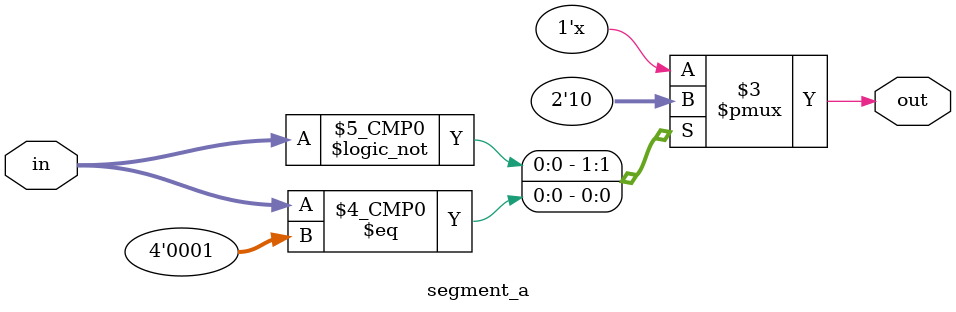
<source format=sv>
`timescale 1ns / 1ps


module Binary_7segment(

    );
endmodule

module segment_a(
    input reg[3:0] in,
    output logic out
);

always_comb begin
    case(in)
    2'h00 : out = 1;
    2'h01 : out  =2;
endcase
end
endmodule
</source>
